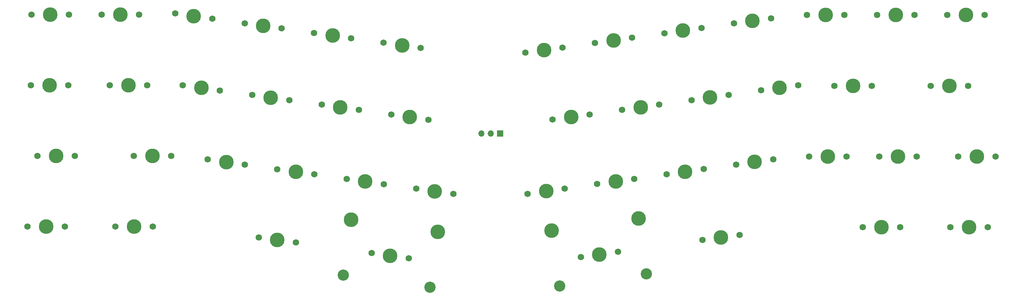
<source format=gbr>
%TF.GenerationSoftware,KiCad,Pcbnew,(5.1.8)-1*%
%TF.CreationDate,2021-05-05T18:46:58+02:00*%
%TF.ProjectId,Annelise,416e6e65-6c69-4736-952e-6b696361645f,rev?*%
%TF.SameCoordinates,Original*%
%TF.FileFunction,Soldermask,Top*%
%TF.FilePolarity,Negative*%
%FSLAX46Y46*%
G04 Gerber Fmt 4.6, Leading zero omitted, Abs format (unit mm)*
G04 Created by KiCad (PCBNEW (5.1.8)-1) date 2021-05-05 18:46:58*
%MOMM*%
%LPD*%
G01*
G04 APERTURE LIST*
%ADD10C,1.750000*%
%ADD11C,3.987800*%
%ADD12C,3.048000*%
%ADD13O,1.700000X1.700000*%
%ADD14R,1.700000X1.700000*%
G04 APERTURE END LIST*
D10*
%TO.C,SW46*%
X287741477Y-140499065D03*
X297901477Y-140499065D03*
D11*
X292821477Y-140499065D03*
%TD*%
D10*
%TO.C,SW45*%
X263928977Y-140499062D03*
X274088977Y-140499062D03*
D11*
X269008977Y-140499062D03*
%TD*%
D10*
%TO.C,SW44*%
X220388399Y-143979559D03*
X230449523Y-142565561D03*
D11*
X225418961Y-143272560D03*
%TD*%
D10*
%TO.C,SW43*%
X187375337Y-148619242D03*
X197436461Y-147205244D03*
D11*
X192405899Y-147912243D03*
%TD*%
D10*
%TO.C,SW42*%
X130576669Y-147552858D03*
X140637793Y-148966856D03*
D11*
X135607231Y-148259857D03*
%TD*%
D10*
%TO.C,SW41*%
X99921683Y-143244581D03*
X109982807Y-144658579D03*
D11*
X104952245Y-143951580D03*
%TD*%
D10*
%TO.C,SW40*%
X60953477Y-140347253D03*
X71113477Y-140347253D03*
D11*
X66033477Y-140347253D03*
%TD*%
D10*
%TO.C,SW39*%
X37140978Y-140347254D03*
X47300978Y-140347254D03*
D11*
X42220978Y-140347254D03*
%TD*%
D10*
%TO.C,SW38*%
X289838978Y-121259512D03*
X299998978Y-121259512D03*
D11*
X294918978Y-121259512D03*
%TD*%
D10*
%TO.C,SW37*%
X268407727Y-121259514D03*
X278567727Y-121259514D03*
D11*
X273487727Y-121259514D03*
%TD*%
D10*
%TO.C,SW36*%
X249357727Y-121259513D03*
X259517727Y-121259513D03*
D11*
X254437727Y-121259513D03*
%TD*%
D10*
%TO.C,SW35*%
X229527530Y-123457922D03*
X239588654Y-122043924D03*
D11*
X234558092Y-122750923D03*
%TD*%
D10*
%TO.C,SW34*%
X210662924Y-126109170D03*
X220724048Y-124695172D03*
D11*
X215693486Y-125402171D03*
%TD*%
D10*
%TO.C,SW33*%
X191798317Y-128760418D03*
X201859441Y-127346420D03*
D11*
X196828879Y-128053419D03*
%TD*%
D10*
%TO.C,SW32*%
X172933710Y-131411665D03*
X182994834Y-129997667D03*
D11*
X177964272Y-130704666D03*
%TD*%
D10*
%TO.C,SW31*%
X142660220Y-130013875D03*
X152721344Y-131427873D03*
D11*
X147690782Y-130720874D03*
%TD*%
D10*
%TO.C,SW30*%
X123795613Y-127362629D03*
X133856737Y-128776627D03*
D11*
X128826175Y-128069628D03*
%TD*%
D10*
%TO.C,SW29*%
X104931006Y-124711380D03*
X114992130Y-126125378D03*
D11*
X109961568Y-125418379D03*
%TD*%
D10*
%TO.C,SW28*%
X86066399Y-122060131D03*
X96127523Y-123474129D03*
D11*
X91096961Y-122767130D03*
%TD*%
D10*
%TO.C,SW27*%
X66001729Y-121107703D03*
X76161729Y-121107703D03*
D11*
X71081729Y-121107703D03*
%TD*%
D10*
%TO.C,SW26*%
X39807978Y-121107702D03*
X49967978Y-121107702D03*
D11*
X44887978Y-121107702D03*
%TD*%
D10*
%TO.C,SW25*%
X282408976Y-102018715D03*
X292568976Y-102018715D03*
D11*
X287488976Y-102018715D03*
%TD*%
D10*
%TO.C,SW24*%
X256215226Y-102018714D03*
X266375226Y-102018714D03*
D11*
X261295226Y-102018714D03*
%TD*%
D10*
%TO.C,SW23*%
X236308586Y-103267692D03*
X246369710Y-101853694D03*
D11*
X241339148Y-102560693D03*
%TD*%
D10*
%TO.C,SW22*%
X217443980Y-105918940D03*
X227505104Y-104504942D03*
D11*
X222474542Y-105211941D03*
%TD*%
D10*
%TO.C,SW21*%
X198579373Y-108570188D03*
X208640497Y-107156190D03*
D11*
X203609935Y-107863189D03*
%TD*%
D10*
%TO.C,SW20*%
X179714766Y-111221434D03*
X189775890Y-109807436D03*
D11*
X184745328Y-110514435D03*
%TD*%
D10*
%TO.C,SW19*%
X135879164Y-109823646D03*
X145940288Y-111237644D03*
D11*
X140909726Y-110530645D03*
%TD*%
D10*
%TO.C,SW18*%
X117014557Y-107172397D03*
X127075681Y-108586395D03*
D11*
X122045119Y-107879396D03*
%TD*%
D10*
%TO.C,SW17*%
X98149951Y-104521149D03*
X108211075Y-105935147D03*
D11*
X103180513Y-105228148D03*
%TD*%
D10*
%TO.C,SW16*%
X79285343Y-101869902D03*
X89346467Y-103283900D03*
D11*
X84315905Y-102576901D03*
%TD*%
D10*
%TO.C,SW15*%
X59429228Y-101866904D03*
X69589228Y-101866904D03*
D11*
X64509228Y-101866904D03*
%TD*%
D10*
%TO.C,SW14*%
X37997979Y-101866905D03*
X48157979Y-101866905D03*
D11*
X43077979Y-101866905D03*
%TD*%
D10*
%TO.C,SW13*%
X286886977Y-82777814D03*
X297046977Y-82777814D03*
D11*
X291966977Y-82777814D03*
%TD*%
D10*
%TO.C,SW12*%
X267836977Y-82777814D03*
X277996977Y-82777814D03*
D11*
X272916977Y-82777814D03*
%TD*%
D10*
%TO.C,SW11*%
X248786977Y-82777815D03*
X258946977Y-82777815D03*
D11*
X253866977Y-82777815D03*
%TD*%
D10*
%TO.C,SW10*%
X228941187Y-85065897D03*
X239002311Y-83651899D03*
D11*
X233971749Y-84358898D03*
%TD*%
D10*
%TO.C,SW9*%
X210076580Y-87717145D03*
X220137704Y-86303147D03*
D11*
X215107142Y-87010146D03*
%TD*%
D10*
%TO.C,SW8*%
X191211973Y-90368392D03*
X201273097Y-88954394D03*
D11*
X196242535Y-89661393D03*
%TD*%
D10*
%TO.C,SW7*%
X172347367Y-93019640D03*
X182408491Y-91605642D03*
D11*
X177377929Y-92312641D03*
%TD*%
D10*
%TO.C,SW6*%
X133814260Y-90296226D03*
X143875384Y-91710224D03*
D11*
X138844822Y-91003225D03*
%TD*%
D10*
%TO.C,SW5*%
X114949653Y-87644977D03*
X125010777Y-89058975D03*
D11*
X119980215Y-88351976D03*
%TD*%
D10*
%TO.C,SW4*%
X96085046Y-84993731D03*
X106146170Y-86407729D03*
D11*
X101115608Y-85700730D03*
%TD*%
D10*
%TO.C,SW3*%
X77220440Y-82342483D03*
X87281564Y-83756481D03*
D11*
X82251002Y-83049482D03*
%TD*%
D10*
%TO.C,SW2*%
X57238978Y-82626704D03*
X67398978Y-82626704D03*
D11*
X62318978Y-82626704D03*
%TD*%
D10*
%TO.C,SW1*%
X38188978Y-82626705D03*
X48348978Y-82626705D03*
D11*
X43268978Y-82626705D03*
%TD*%
%TO.C,S2*%
X203047404Y-138080550D03*
D12*
X181587644Y-156486295D03*
D11*
X179466646Y-141394610D03*
D12*
X205168402Y-153172236D03*
%TD*%
D11*
%TO.C,S1*%
X124965726Y-138428164D03*
D12*
X122844728Y-153519850D03*
X146425486Y-156833909D03*
D11*
X148546484Y-141742224D03*
%TD*%
D13*
%TO.C,J2*%
X160367425Y-115033795D03*
X162907425Y-115033795D03*
D14*
X165447425Y-115033795D03*
%TD*%
M02*

</source>
